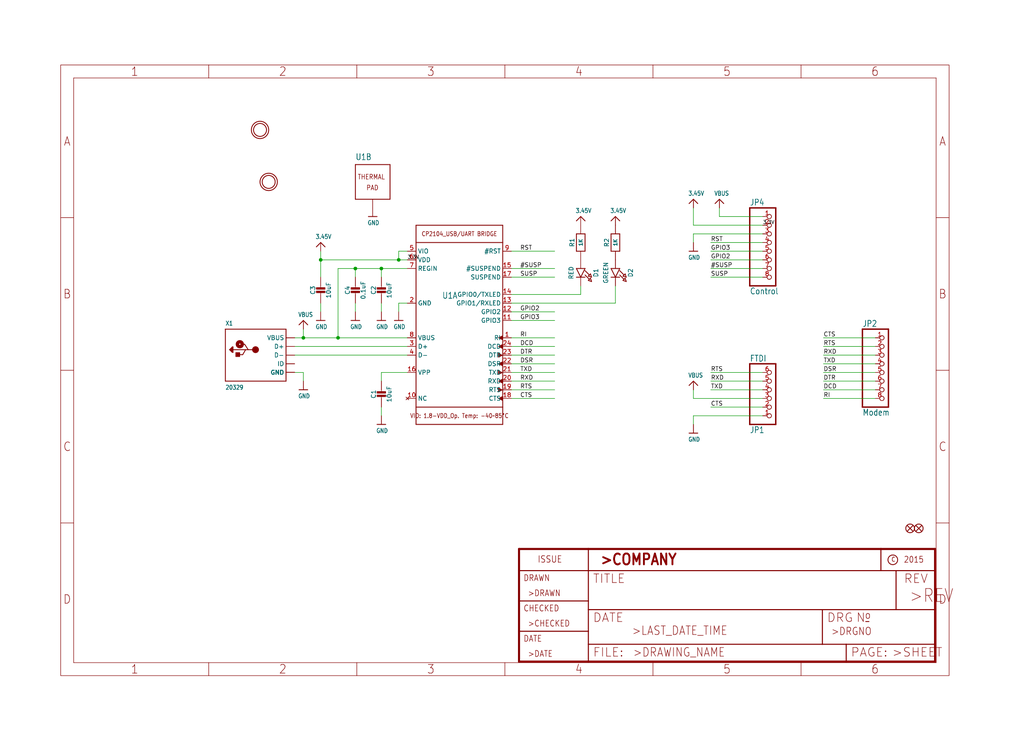
<source format=kicad_sch>
(kicad_sch (version 20211123) (generator eeschema)
  (paper "User" 300.076 217.881)
  (lib_symbols
    (symbol "eagleSchem-eagle-import:3.3V" (power)
      (property "Value" "3.3V" (at -1.524 1.016 0))
      (symbol "3.3V_1_0"
        (polyline (pts (xy -1.27 -1.27) (xy 0 0)) (stroke (width 0.254)))
        (polyline (pts (xy 0 0) (xy 1.27 -1.27)) (stroke (width 0.254)))
        (pin power_in line (at 0 -2.54 90) (length 2.54) (name "3.3V") (number "1"))
      )
    )
    (symbol "eagleSchem-eagle-import:CAP_CERAMIC0805-NOOUTLINE"
      (property "Reference" "C" (at -2.29 1.25 90))
      (property "Value" "CAP_CERAMIC0805-NOOUTLINE" (at 2.3 1.25 90))
      (symbol "CAP_CERAMIC0805-NOOUTLINE_1_0"
        (rectangle (start -1.27 0.508) (end 1.27 1.016) (fill (type outline)))
        (rectangle (start -1.27 1.524) (end 1.27 2.032) (fill (type outline)))
        (polyline (pts (xy 0 0.762) (xy 0 0)) (stroke (width 0.1524)))
        (polyline (pts (xy 0 2.54) (xy 0 1.778)) (stroke (width 0.1524)))
        (pin passive line (at 0 5.08 270) (length 2.54) (name "1") (number "1"))
        (pin passive line (at 0 -2.54 90) (length 2.54) (name "2") (number "2"))
      )
    )
    (symbol "eagleSchem-eagle-import:CP2104"
      (property "Reference" "U" (at -5.08 6.35 0))
      (symbol "CP2104_1_0"
        (polyline (pts (xy -12.7 -30.48) (xy 12.7 -30.48)) (stroke (width 0.254)))
        (polyline (pts (xy -12.7 -25.4) (xy -12.7 -30.48)) (stroke (width 0.254)))
        (polyline (pts (xy -12.7 -25.4) (xy -12.7 22.86)) (stroke (width 0.254)))
        (polyline (pts (xy -12.7 22.86) (xy -12.7 27.94)) (stroke (width 0.254)))
        (polyline (pts (xy -12.7 22.86) (xy 12.7 22.86)) (stroke (width 0.254)))
        (polyline (pts (xy -12.7 27.94) (xy 12.7 27.94)) (stroke (width 0.254)))
        (polyline (pts (xy 12.7 -30.48) (xy 12.7 -25.4)) (stroke (width 0.254)))
        (polyline (pts (xy 12.7 -25.4) (xy -12.7 -25.4)) (stroke (width 0.254)))
        (polyline (pts (xy 12.7 22.86) (xy 12.7 -25.4)) (stroke (width 0.254)))
        (polyline (pts (xy 12.7 27.94) (xy 12.7 22.86)) (stroke (width 0.254)))
        (polyline (pts (xy 11.43 -19.685) (xy 11.43 -20.955) (xy 12.7 -20.32)) (fill (type outline)))
        (polyline (pts (xy 11.43 -14.605) (xy 11.43 -15.875) (xy 12.7 -15.24)) (fill (type outline)))
        (polyline (pts (xy 11.43 -9.525) (xy 11.43 -10.795) (xy 12.7 -10.16)) (fill (type outline)))
        (polyline (pts (xy 12.7 -22.225) (xy 11.43 -22.86) (xy 12.7 -23.495)) (fill (type outline)))
        (polyline (pts (xy 12.7 -17.145) (xy 11.43 -17.78) (xy 12.7 -18.415)) (fill (type outline)))
        (polyline (pts (xy 12.7 -12.065) (xy 11.43 -12.7) (xy 12.7 -13.335)) (fill (type outline)))
        (polyline (pts (xy 12.7 -6.985) (xy 11.43 -7.62) (xy 12.7 -8.255)) (fill (type outline)))
        (polyline (pts (xy 12.7 -4.445) (xy 11.43 -5.08) (xy 12.7 -5.715)) (fill (type outline)))
        (text "CP2104_USB/UART BRIDGE" (at 0 25.4 0) (effects (font (size 1.27 1.0795))))
        (text "VIO: 1.8-VDD_Op. Temp: -40~85°C" (at 0 -27.94 0) (effects (font (size 1.27 1.0795))))
        (pin input line (at 15.24 -5.08 180) (length 2.54) (name "RI") (number "1"))
        (pin no_connect line (at -15.24 -22.86 0) (length 2.54) (name "NC") (number "10"))
        (pin bidirectional line (at 15.24 0 180) (length 2.54) (name "GPIO3") (number "11"))
        (pin bidirectional line (at 15.24 2.54 180) (length 2.54) (name "GPIO2") (number "12"))
        (pin bidirectional line (at 15.24 5.08 180) (length 2.54) (name "GPIO1/RXLED") (number "13"))
        (pin bidirectional line (at 15.24 7.62 180) (length 2.54) (name "GPIO0/TXLED") (number "14"))
        (pin output line (at 15.24 15.24 180) (length 2.54) (name "#SUSPEND") (number "15"))
        (pin bidirectional line (at -15.24 -15.24 0) (length 2.54) (name "VPP") (number "16"))
        (pin output line (at 15.24 12.7 180) (length 2.54) (name "SUSPEND") (number "17"))
        (pin input line (at 15.24 -22.86 180) (length 2.54) (name "CTS") (number "18"))
        (pin output line (at 15.24 -20.32 180) (length 2.54) (name "RTS") (number "19"))
        (pin power_in line (at -15.24 5.08 0) (length 2.54) (name "GND") (number "2"))
        (pin input line (at 15.24 -17.78 180) (length 2.54) (name "RXD") (number "20"))
        (pin output line (at 15.24 -15.24 180) (length 2.54) (name "TXD") (number "21"))
        (pin input line (at 15.24 -12.7 180) (length 2.54) (name "DSR") (number "22"))
        (pin output line (at 15.24 -10.16 180) (length 2.54) (name "DTR") (number "23"))
        (pin input line (at 15.24 -7.62 180) (length 2.54) (name "DCD") (number "24"))
        (pin bidirectional line (at -15.24 -7.62 0) (length 2.54) (name "D+") (number "3"))
        (pin bidirectional line (at -15.24 -10.16 0) (length 2.54) (name "D-") (number "4"))
        (pin power_in line (at -15.24 20.32 0) (length 2.54) (name "VIO") (number "5"))
        (pin power_in line (at -15.24 17.78 0) (length 2.54) (name "VDD") (number "6"))
        (pin power_in line (at -15.24 15.24 0) (length 2.54) (name "REGIN") (number "7"))
        (pin power_in line (at -15.24 -5.08 0) (length 2.54) (name "VBUS") (number "8"))
        (pin bidirectional line (at 15.24 20.32 180) (length 2.54) (name "#RST") (number "9"))
      )
      (symbol "CP2104_2_0"
        (polyline (pts (xy -5.08 -5.08) (xy -5.08 5.08)) (stroke (width 0.254)))
        (polyline (pts (xy -5.08 5.08) (xy 5.08 5.08)) (stroke (width 0.254)))
        (polyline (pts (xy 5.08 -5.08) (xy -5.08 -5.08)) (stroke (width 0.254)))
        (polyline (pts (xy 5.08 5.08) (xy 5.08 -5.08)) (stroke (width 0.254)))
        (text "PAD" (at -1.905 -2.54 0) (effects (font (size 1.4224 1.209)) (justify left bottom)))
        (text "THERMAL" (at -4.445 0.635 0) (effects (font (size 1.4224 1.209)) (justify left bottom)))
        (pin power_in line (at 0 -7.62 90) (length 2.54) (name "TP") (number "THERM"))
      )
    )
    (symbol "eagleSchem-eagle-import:FIDUCIAL{dblquote}{dblquote}"
      (symbol "FIDUCIAL{dblquote}{dblquote}_1_0"
        (polyline (pts (xy -0.762 0.762) (xy 0.762 -0.762)) (stroke (width 0.254)))
        (polyline (pts (xy 0.762 0.762) (xy -0.762 -0.762)) (stroke (width 0.254)))
        (circle (center 0 0) (radius 1.27) (stroke (width 0.254)))
      )
    )
    (symbol "eagleSchem-eagle-import:FRAME_A4"
      (symbol "FRAME_A4_1_0"
        (polyline (pts (xy 0 44.7675) (xy 3.81 44.7675)))
        (polyline (pts (xy 0 89.535) (xy 3.81 89.535)))
        (polyline (pts (xy 0 134.3025) (xy 3.81 134.3025)))
        (polyline (pts (xy 3.81 3.81) (xy 3.81 175.26)))
        (polyline (pts (xy 43.3917 0) (xy 43.3917 3.81)))
        (polyline (pts (xy 43.3917 175.26) (xy 43.3917 179.07)))
        (polyline (pts (xy 86.7833 0) (xy 86.7833 3.81)))
        (polyline (pts (xy 86.7833 175.26) (xy 86.7833 179.07)))
        (polyline (pts (xy 130.175 0) (xy 130.175 3.81)))
        (polyline (pts (xy 130.175 175.26) (xy 130.175 179.07)))
        (polyline (pts (xy 173.5667 0) (xy 173.5667 3.81)))
        (polyline (pts (xy 173.5667 175.26) (xy 173.5667 179.07)))
        (polyline (pts (xy 216.9583 0) (xy 216.9583 3.81)))
        (polyline (pts (xy 216.9583 175.26) (xy 216.9583 179.07)))
        (polyline (pts (xy 256.54 3.81) (xy 3.81 3.81)))
        (polyline (pts (xy 256.54 3.81) (xy 256.54 8.89)) (stroke (width 0.1016)))
        (polyline (pts (xy 256.54 3.81) (xy 256.54 175.26)))
        (polyline (pts (xy 256.54 8.89) (xy 256.54 13.97)) (stroke (width 0.1016)))
        (polyline (pts (xy 256.54 13.97) (xy 256.54 19.05)) (stroke (width 0.1016)))
        (polyline (pts (xy 256.54 19.05) (xy 256.54 36.83)) (stroke (width 0.1016)))
        (polyline (pts (xy 256.54 44.7675) (xy 260.35 44.7675)))
        (polyline (pts (xy 256.54 89.535) (xy 260.35 89.535)))
        (polyline (pts (xy 256.54 134.3025) (xy 260.35 134.3025)))
        (polyline (pts (xy 256.54 175.26) (xy 3.81 175.26)))
        (polyline (pts (xy 0 0) (xy 260.35 0) (xy 260.35 179.07) (xy 0 179.07) (xy 0 0)))
        (text "1" (at 21.6958 1.905 0) (effects (font (size 2.54 2.286))))
        (text "1" (at 21.6958 177.165 0) (effects (font (size 2.54 2.286))))
        (text "2" (at 65.0875 1.905 0) (effects (font (size 2.54 2.286))))
        (text "2" (at 65.0875 177.165 0) (effects (font (size 2.54 2.286))))
        (text "3" (at 108.4792 1.905 0) (effects (font (size 2.54 2.286))))
        (text "3" (at 108.4792 177.165 0) (effects (font (size 2.54 2.286))))
        (text "4" (at 151.8708 1.905 0) (effects (font (size 2.54 2.286))))
        (text "4" (at 151.8708 177.165 0) (effects (font (size 2.54 2.286))))
        (text "5" (at 195.2625 1.905 0) (effects (font (size 2.54 2.286))))
        (text "5" (at 195.2625 177.165 0) (effects (font (size 2.54 2.286))))
        (text "6" (at 238.6542 1.905 0) (effects (font (size 2.54 2.286))))
        (text "6" (at 238.6542 177.165 0) (effects (font (size 2.54 2.286))))
        (text "A" (at 1.905 156.6863 0) (effects (font (size 2.54 2.286))))
        (text "A" (at 258.445 156.6863 0) (effects (font (size 2.54 2.286))))
        (text "B" (at 1.905 111.9188 0) (effects (font (size 2.54 2.286))))
        (text "B" (at 258.445 111.9188 0) (effects (font (size 2.54 2.286))))
        (text "C" (at 1.905 67.1513 0) (effects (font (size 2.54 2.286))))
        (text "C" (at 258.445 67.1513 0) (effects (font (size 2.54 2.286))))
        (text "D" (at 1.905 22.3838 0) (effects (font (size 2.54 2.286))))
        (text "D" (at 258.445 22.3838 0) (effects (font (size 2.54 2.286))))
      )
      (symbol "FRAME_A4_2_0"
        (polyline (pts (xy -0.3048 1.5748) (xy 20.0152 1.5748)) (stroke (width 0.6096)))
        (polyline (pts (xy -0.3048 10.4648) (xy -0.3048 1.5748)) (stroke (width 0.6096)))
        (polyline (pts (xy -0.3048 10.4648) (xy 20.0152 10.4648)) (stroke (width 0.3048)))
        (polyline (pts (xy -0.3048 19.3548) (xy -0.3048 10.4648)) (stroke (width 0.6096)))
        (polyline (pts (xy -0.3048 19.3548) (xy 20.0152 19.3548)) (stroke (width 0.3048)))
        (polyline (pts (xy -0.3048 28.2448) (xy -0.3048 19.3548)) (stroke (width 0.6096)))
        (polyline (pts (xy -0.3048 28.2448) (xy 20.0152 28.2448)) (stroke (width 0.3048)))
        (polyline (pts (xy -0.3048 34.5948) (xy -0.3048 28.2448)) (stroke (width 0.6096)))
        (polyline (pts (xy 20.0152 1.5748) (xy 20.0152 6.6548)) (stroke (width 0.3048)))
        (polyline (pts (xy 20.0152 1.5748) (xy 95.5802 1.5748)) (stroke (width 0.6096)))
        (polyline (pts (xy 20.0152 6.6548) (xy 20.0152 10.4648)) (stroke (width 0.3048)))
        (polyline (pts (xy 20.0152 6.6548) (xy 88.5952 6.6548)) (stroke (width 0.3048)))
        (polyline (pts (xy 20.0152 10.4648) (xy 20.0152 16.8148)) (stroke (width 0.3048)))
        (polyline (pts (xy 20.0152 16.8148) (xy 20.0152 19.3548)) (stroke (width 0.3048)))
        (polyline (pts (xy 20.0152 19.3548) (xy 20.0152 28.2448)) (stroke (width 0.3048)))
        (polyline (pts (xy 20.0152 28.2448) (xy 20.0152 34.5948)) (stroke (width 0.3048)))
        (polyline (pts (xy 20.0152 28.2448) (xy 105.7402 28.2448)) (stroke (width 0.3048)))
        (polyline (pts (xy 20.0152 34.5948) (xy -0.3048 34.5948)) (stroke (width 0.6096)))
        (polyline (pts (xy 88.5952 6.6548) (xy 95.5802 6.6548)) (stroke (width 0.3048)))
        (polyline (pts (xy 88.5952 16.8148) (xy 20.0152 16.8148)) (stroke (width 0.3048)))
        (polyline (pts (xy 88.5952 16.8148) (xy 88.5952 6.6548)) (stroke (width 0.3048)))
        (polyline (pts (xy 95.5802 1.5748) (xy 121.6152 1.5748)) (stroke (width 0.6096)))
        (polyline (pts (xy 95.5802 6.6548) (xy 95.5802 1.5748)) (stroke (width 0.3048)))
        (polyline (pts (xy 95.5802 6.6548) (xy 121.6152 6.6548)) (stroke (width 0.3048)))
        (polyline (pts (xy 101.2952 13.3223) (xy 102.2477 13.3223)) (stroke (width 0.254)))
        (polyline (pts (xy 105.7402 28.2448) (xy 105.7402 34.5948)) (stroke (width 0.3048)))
        (polyline (pts (xy 105.7402 28.2448) (xy 110.1852 28.2448)) (stroke (width 0.3048)))
        (polyline (pts (xy 105.7402 34.5948) (xy 20.0152 34.5948)) (stroke (width 0.6096)))
        (polyline (pts (xy 110.1852 16.8148) (xy 88.5952 16.8148)) (stroke (width 0.3048)))
        (polyline (pts (xy 110.1852 28.2448) (xy 110.1852 16.8148)) (stroke (width 0.3048)))
        (polyline (pts (xy 110.1852 28.2448) (xy 121.6152 28.2448)) (stroke (width 0.3048)))
        (polyline (pts (xy 121.6152 6.6548) (xy 121.6152 1.5748)) (stroke (width 0.6096)))
        (polyline (pts (xy 121.6152 16.8148) (xy 110.1852 16.8148)) (stroke (width 0.3048)))
        (polyline (pts (xy 121.6152 16.8148) (xy 121.6152 6.6548)) (stroke (width 0.6096)))
        (polyline (pts (xy 121.6152 28.2448) (xy 121.6152 16.8148)) (stroke (width 0.6096)))
        (polyline (pts (xy 121.6152 34.5948) (xy 105.7402 34.5948)) (stroke (width 0.6096)))
        (polyline (pts (xy 121.6152 34.5948) (xy 121.6152 28.2448)) (stroke (width 0.6096)))
        (circle (center 109.2327 31.4198) (radius 1.4199) (stroke (width 0.254)))
        (text "2015" (at 112.4077 30.4673 0) (effects (font (size 1.778 1.5113)) (justify left bottom)))
        (text ">CHECKED" (at 2.2352 11.7348 0) (effects (font (size 1.778 1.5113)) (justify left bottom)))
        (text ">COMPANY" (at 23.349 29.6735 0) (effects (font (size 3.175 2.6987) (thickness 0.5397) bold) (justify left bottom)))
        (text ">DATE" (at 2.2352 2.8448 0) (effects (font (size 1.778 1.5113)) (justify left bottom)))
        (text ">DRAWING_NAME" (at 33.0327 2.8448 0) (effects (font (size 2.54 2.159)) (justify left bottom)))
        (text ">DRAWN" (at 2.2352 20.6248 0) (effects (font (size 1.778 1.5113)) (justify left bottom)))
        (text ">DRGNO" (at 91.1352 9.1948 0) (effects (font (size 2.1844 1.8567)) (justify left bottom)))
        (text ">LAST_DATE_TIME" (at 32.7152 9.1948 0) (effects (font (size 2.54 2.159)) (justify left bottom)))
        (text ">REV" (at 113.9952 18.7198 0) (effects (font (size 3.81 3.2385)) (justify left bottom)))
        (text ">SHEET" (at 108.9152 2.8448 0) (effects (font (size 2.54 2.54)) (justify left bottom)))
        (text "C" (at 108.7564 30.7848 0) (effects (font (size 1.27 1.0795)) (justify left bottom)))
        (text "CHECKED" (at 0.9652 16.1798 0) (effects (font (size 1.778 1.5113)) (justify left bottom)))
        (text "DATE" (at 0.9652 7.2898 0) (effects (font (size 1.778 1.5113)) (justify left bottom)))
        (text "DATE" (at 21.2852 13.0048 0) (effects (font (size 2.54 2.54)) (justify left bottom)))
        (text "DRAWN" (at 0.9652 25.0698 0) (effects (font (size 1.778 1.5113)) (justify left bottom)))
        (text "DRG" (at 89.8652 13.0048 0) (effects (font (size 2.54 2.54)) (justify left bottom)))
        (text "FILE:" (at 21.2852 2.8448 0) (effects (font (size 2.54 2.54)) (justify left bottom)))
        (text "ISSUE" (at 5.0927 30.4673 0) (effects (font (size 1.9304 1.6408)) (justify left bottom)))
        (text "N" (at 98.4377 13.0048 0) (effects (font (size 2.54 2.54)) (justify left bottom)))
        (text "o" (at 100.9777 13.9573 0) (effects (font (size 2.1844 1.8567)) (justify left bottom)))
        (text "PAGE:" (at 96.8502 2.8448 0) (effects (font (size 2.54 2.54)) (justify left bottom)))
        (text "REV" (at 112.4077 24.4348 0) (effects (font (size 2.54 2.54)) (justify left bottom)))
        (text "TITLE" (at 21.2852 24.4348 0) (effects (font (size 2.54 2.54)) (justify left bottom)))
      )
    )
    (symbol "eagleSchem-eagle-import:GND" (power)
      (property "Value" "GND" (at -1.524 -2.54 0))
      (symbol "GND_1_0"
        (polyline (pts (xy -1.27 0) (xy 1.27 0)) (stroke (width 0.254)))
        (pin power_in line (at 0 2.54 270) (length 2.54) (name "GND") (number "1"))
      )
    )
    (symbol "eagleSchem-eagle-import:HEADER-1X676MIL"
      (property "Reference" "JP" (at -6.35 10.795 0))
      (property "Value" "HEADER-1X676MIL" (at -6.35 -10.16 0))
      (symbol "HEADER-1X676MIL_1_0"
        (polyline (pts (xy -6.35 -7.62) (xy 1.27 -7.62)) (stroke (width 0.4064)))
        (polyline (pts (xy -6.35 10.16) (xy -6.35 -7.62)) (stroke (width 0.4064)))
        (polyline (pts (xy 1.27 -7.62) (xy 1.27 10.16)) (stroke (width 0.4064)))
        (polyline (pts (xy 1.27 10.16) (xy -6.35 10.16)) (stroke (width 0.4064)))
        (pin passive inverted (at -2.54 7.62 0) (length 2.54) (name "1") (number "1"))
        (pin passive inverted (at -2.54 5.08 0) (length 2.54) (name "2") (number "2"))
        (pin passive inverted (at -2.54 2.54 0) (length 2.54) (name "3") (number "3"))
        (pin passive inverted (at -2.54 0 0) (length 2.54) (name "4") (number "4"))
        (pin passive inverted (at -2.54 -2.54 0) (length 2.54) (name "5") (number "5"))
        (pin passive inverted (at -2.54 -5.08 0) (length 2.54) (name "6") (number "6"))
      )
    )
    (symbol "eagleSchem-eagle-import:HEADER-1X870MIL"
      (property "Reference" "JP" (at -6.35 13.335 0))
      (property "Value" "HEADER-1X870MIL" (at -6.35 -12.7 0))
      (symbol "HEADER-1X870MIL_1_0"
        (polyline (pts (xy -6.35 -10.16) (xy 1.27 -10.16)) (stroke (width 0.4064)))
        (polyline (pts (xy -6.35 12.7) (xy -6.35 -10.16)) (stroke (width 0.4064)))
        (polyline (pts (xy 1.27 -10.16) (xy 1.27 12.7)) (stroke (width 0.4064)))
        (polyline (pts (xy 1.27 12.7) (xy -6.35 12.7)) (stroke (width 0.4064)))
        (pin passive inverted (at -2.54 10.16 0) (length 2.54) (name "1") (number "1"))
        (pin passive inverted (at -2.54 7.62 0) (length 2.54) (name "2") (number "2"))
        (pin passive inverted (at -2.54 5.08 0) (length 2.54) (name "3") (number "3"))
        (pin passive inverted (at -2.54 2.54 0) (length 2.54) (name "4") (number "4"))
        (pin passive inverted (at -2.54 0 0) (length 2.54) (name "5") (number "5"))
        (pin passive inverted (at -2.54 -2.54 0) (length 2.54) (name "6") (number "6"))
        (pin passive inverted (at -2.54 -5.08 0) (length 2.54) (name "7") (number "7"))
        (pin passive inverted (at -2.54 -7.62 0) (length 2.54) (name "8") (number "8"))
      )
    )
    (symbol "eagleSchem-eagle-import:LED0805_NOOUTLINE"
      (property "Reference" "D" (at -1.27 4.445 0))
      (property "Value" "LED0805_NOOUTLINE" (at -1.27 -2.794 0))
      (symbol "LED0805_NOOUTLINE_1_0"
        (polyline (pts (xy -2.54 -1.27) (xy 0 0)) (stroke (width 0.254)))
        (polyline (pts (xy -2.54 1.27) (xy -2.54 -1.27)) (stroke (width 0.254)))
        (polyline (pts (xy -1.905 1.27) (xy -0.635 2.54)) (stroke (width 0.254)))
        (polyline (pts (xy -0.9525 2.8575) (xy -0.3175 2.2225)) (stroke (width 0.254)))
        (polyline (pts (xy -0.635 1.27) (xy 0.635 2.54)) (stroke (width 0.254)))
        (polyline (pts (xy -0.3175 2.2225) (xy 0 3.175)) (stroke (width 0.254)))
        (polyline (pts (xy 0 0) (xy -2.54 1.27)) (stroke (width 0.254)))
        (polyline (pts (xy 0 0) (xy 0 -1.27)) (stroke (width 0.254)))
        (polyline (pts (xy 0 1.27) (xy 0 0)) (stroke (width 0.254)))
        (polyline (pts (xy 0 3.175) (xy -0.9525 2.8575)) (stroke (width 0.254)))
        (polyline (pts (xy 0.3175 2.8575) (xy 0.9525 2.2225)) (stroke (width 0.254)))
        (polyline (pts (xy 0.9525 2.2225) (xy 1.27 3.175)) (stroke (width 0.254)))
        (polyline (pts (xy 1.27 3.175) (xy 0.3175 2.8575)) (stroke (width 0.254)))
        (pin passive line (at -5.08 0 0) (length 2.54) (name "A") (number "A"))
        (pin passive line (at 2.54 0 180) (length 2.54) (name "C") (number "C"))
      )
    )
    (symbol "eagleSchem-eagle-import:MOUNTINGHOLE2.0"
      (symbol "MOUNTINGHOLE2.0_1_0"
        (circle (center 0 0) (radius 1.905) (stroke (width 0.254)))
        (circle (center 0 0) (radius 2.54) (stroke (width 0.254)))
      )
    )
    (symbol "eagleSchem-eagle-import:RESISTOR0805_NOOUTLINE"
      (property "Reference" "R" (at 0 2.54 0))
      (property "Value" "RESISTOR0805_NOOUTLINE" (at 0 0 0))
      (symbol "RESISTOR0805_NOOUTLINE_1_0"
        (polyline (pts (xy -2.54 -1.27) (xy -2.54 1.27)) (stroke (width 0.254)))
        (polyline (pts (xy -2.54 1.27) (xy 2.54 1.27)) (stroke (width 0.254)))
        (polyline (pts (xy 2.54 -1.27) (xy -2.54 -1.27)) (stroke (width 0.254)))
        (polyline (pts (xy 2.54 1.27) (xy 2.54 -1.27)) (stroke (width 0.254)))
        (pin passive line (at -5.08 0 0) (length 2.54) (name "1") (number "1"))
        (pin passive line (at 5.08 0 180) (length 2.54) (name "2") (number "2"))
      )
    )
    (symbol "eagleSchem-eagle-import:USB_MICRO_20329_V2"
      (property "Reference" "X" (at -10.16 8.636 0))
      (property "Value" "USB_MICRO_20329_V2" (at -10.16 -10.16 0))
      (symbol "USB_MICRO_20329_V2_1_0"
        (rectangle (start -7.12 -0.45) (end -5.92 0.75) (fill (type outline)))
        (circle (center -5.92 3.2) (radius 0.2) (stroke (width 1)))
        (circle (center -1.32 1.6) (radius 0.5) (stroke (width 1)))
        (polyline (pts (xy -10.2 7.62) (xy -10.16 7.62)) (stroke (width 0.254)))
        (polyline (pts (xy -10.16 -7.62) (xy 7.62 -7.62)) (stroke (width 0.254)))
        (polyline (pts (xy -10.16 7.62) (xy -10.16 -7.62)) (stroke (width 0.254)))
        (polyline (pts (xy -10.16 7.62) (xy 7.62 7.62)) (stroke (width 0.254)))
        (polyline (pts (xy -8.92 1.6) (xy -8.12 2.4)) (stroke (width 0.254)))
        (polyline (pts (xy -8.52 1.4) (xy -8.32 1.2)) (stroke (width 0.254)))
        (polyline (pts (xy -8.52 1.6) (xy -8.52 1.4)) (stroke (width 0.254)))
        (polyline (pts (xy -8.32 1.2) (xy -8.32 2)) (stroke (width 0.254)))
        (polyline (pts (xy -8.32 2) (xy -8.72 1.6)) (stroke (width 0.254)))
        (polyline (pts (xy -8.12 0.8) (xy -8.92 1.6)) (stroke (width 0.254)))
        (polyline (pts (xy -8.12 1) (xy -8.12 2.4)) (stroke (width 0.254)))
        (polyline (pts (xy -8.12 2.4) (xy -7.92 2.4)) (stroke (width 0.254)))
        (polyline (pts (xy -7.92 0.8) (xy -8.12 0.8)) (stroke (width 0.254)))
        (polyline (pts (xy -7.92 1.6) (xy -7.92 0.8)) (stroke (width 0.254)))
        (polyline (pts (xy -7.92 2.4) (xy -7.92 1.6)) (stroke (width 0.254)))
        (polyline (pts (xy -6.27 0.15) (xy -5.07 0.15)) (stroke (width 0.254)))
        (polyline (pts (xy -5.52 3.2) (xy -4.52 3.2)) (stroke (width 0.254)))
        (polyline (pts (xy -5.07 0.15) (xy -4.22 1.6)) (stroke (width 0.254)))
        (polyline (pts (xy -4.52 3.2) (xy -3.47 1.6)) (stroke (width 0.254)))
        (polyline (pts (xy -4.22 1.6) (xy -7.92 1.6)) (stroke (width 0.254)))
        (polyline (pts (xy -3.47 1.6) (xy -4.22 1.6)) (stroke (width 0.254)))
        (polyline (pts (xy -1.32 1.6) (xy -3.47 1.6)) (stroke (width 0.254)))
        (polyline (pts (xy 7.62 7.62) (xy 7.62 -7.62)) (stroke (width 0.254)))
        (pin power_in line (at 10.16 -5.08 180) (length 2.54) (name "GND") (number "BASE@1"))
        (pin power_in line (at 10.16 -5.08 180) (length 2.54) (name "GND") (number "BASE@2"))
        (pin bidirectional line (at 10.16 2.54 180) (length 2.54) (name "D+") (number "D+"))
        (pin bidirectional line (at 10.16 0 180) (length 2.54) (name "D-") (number "D-"))
        (pin power_in line (at 10.16 -5.08 180) (length 2.54) (name "GND") (number "GND"))
        (pin bidirectional line (at 10.16 -2.54 180) (length 2.54) (name "ID") (number "ID"))
        (pin power_in line (at 10.16 -5.08 180) (length 2.54) (name "GND") (number "SPRT@1"))
        (pin power_in line (at 10.16 -5.08 180) (length 2.54) (name "GND") (number "SPRT@2"))
        (pin power_in line (at 10.16 -5.08 180) (length 2.54) (name "GND") (number "SPRT@3"))
        (pin power_in line (at 10.16 -5.08 180) (length 2.54) (name "GND") (number "SPRT@4"))
        (pin power_in line (at 10.16 5.08 180) (length 2.54) (name "VBUS") (number "VBUS"))
      )
    )
    (symbol "eagleSchem-eagle-import:VBUS" (power)
      (property "Value" "VBUS" (at -1.524 1.016 0))
      (symbol "VBUS_1_0"
        (polyline (pts (xy -1.27 -1.27) (xy 0 0)) (stroke (width 0.254)))
        (polyline (pts (xy 0 0) (xy 1.27 -1.27)) (stroke (width 0.254)))
        (pin power_in line (at 0 -2.54 90) (length 2.54) (name "VBUS") (number "1"))
      )
    )
  )
  (junction (at 116.84 76.2))
  (junction (at 104.14 78.74))
  (junction (at 99.06 99.06))
  (junction (at 111.76 78.74))
  (junction (at 88.9 99.06))
  (junction (at 93.98 76.2))
  (wire (pts (xy 88.9 99.06) (xy 99.06 99.06)))
  (wire (pts (xy 111.76 78.74) (xy 111.76 81.28)))
  (wire (pts (xy 162.56 111.76) (xy 149.86 111.76)))
  (wire (pts (xy 119.38 73.66) (xy 116.84 73.66)))
  (wire (pts (xy 119.38 76.2) (xy 116.84 76.2)))
  (wire (pts (xy 111.76 109.22) (xy 111.76 111.76)))
  (wire (pts (xy 111.76 78.74) (xy 104.14 78.74)))
  (wire (pts (xy 170.18 86.36) (xy 170.18 83.82)))
  (wire (pts (xy 241.3 111.76) (xy 256.54 111.76)))
  (wire (pts (xy 241.3 116.84) (xy 256.54 116.84)))
  (wire (pts (xy 223.52 119.38) (xy 208.28 119.38)))
  (wire (pts (xy 208.28 71.12) (xy 223.52 71.12)))
  (wire (pts (xy 210.82 60.96) (xy 210.82 63.5)))
  (wire (pts (xy 223.52 111.76) (xy 208.28 111.76)))
  (wire (pts (xy 223.52 68.58) (xy 203.2 68.58)))
  (wire (pts (xy 86.36 101.6) (xy 119.38 101.6)))
  (wire (pts (xy 88.9 109.22) (xy 88.9 111.76)))
  (wire (pts (xy 208.28 81.28) (xy 223.52 81.28)))
  (wire (pts (xy 104.14 78.74) (xy 99.06 78.74)))
  (wire (pts (xy 86.36 99.06) (xy 88.9 99.06)))
  (wire (pts (xy 256.54 101.6) (xy 241.3 101.6)))
  (wire (pts (xy 111.76 119.38) (xy 111.76 121.92)))
  (wire (pts (xy 111.76 88.9) (xy 111.76 91.44)))
  (wire (pts (xy 241.3 99.06) (xy 256.54 99.06)))
  (wire (pts (xy 256.54 106.68) (xy 241.3 106.68)))
  (wire (pts (xy 208.28 76.2) (xy 223.52 76.2)))
  (wire (pts (xy 88.9 99.06) (xy 88.9 96.52)))
  (wire (pts (xy 223.52 121.92) (xy 203.2 121.92)))
  (wire (pts (xy 149.86 78.74) (xy 162.56 78.74)))
  (wire (pts (xy 203.2 116.84) (xy 203.2 114.3)))
  (wire (pts (xy 119.38 109.22) (xy 111.76 109.22)))
  (wire (pts (xy 104.14 88.9) (xy 104.14 91.44)))
  (wire (pts (xy 149.86 73.66) (xy 162.56 73.66)))
  (wire (pts (xy 208.28 114.3) (xy 223.52 114.3)))
  (wire (pts (xy 241.3 104.14) (xy 256.54 104.14)))
  (wire (pts (xy 149.86 88.9) (xy 180.34 88.9)))
  (wire (pts (xy 116.84 76.2) (xy 93.98 76.2)))
  (wire (pts (xy 86.36 104.14) (xy 119.38 104.14)))
  (wire (pts (xy 149.86 86.36) (xy 170.18 86.36)))
  (wire (pts (xy 203.2 68.58) (xy 203.2 71.12)))
  (wire (pts (xy 223.52 116.84) (xy 203.2 116.84)))
  (wire (pts (xy 180.34 88.9) (xy 180.34 83.82)))
  (wire (pts (xy 203.2 66.04) (xy 203.2 60.96)))
  (wire (pts (xy 149.86 93.98) (xy 162.56 93.98)))
  (wire (pts (xy 149.86 99.06) (xy 162.56 99.06)))
  (wire (pts (xy 210.82 63.5) (xy 223.52 63.5)))
  (wire (pts (xy 149.86 91.44) (xy 162.56 91.44)))
  (wire (pts (xy 93.98 76.2) (xy 93.98 81.28)))
  (wire (pts (xy 223.52 109.22) (xy 208.28 109.22)))
  (wire (pts (xy 86.36 109.22) (xy 88.9 109.22)))
  (wire (pts (xy 99.06 78.74) (xy 99.06 99.06)))
  (wire (pts (xy 104.14 78.74) (xy 104.14 81.28)))
  (wire (pts (xy 162.56 114.3) (xy 149.86 114.3)))
  (wire (pts (xy 241.3 114.3) (xy 256.54 114.3)))
  (wire (pts (xy 208.28 73.66) (xy 223.52 73.66)))
  (wire (pts (xy 149.86 101.6) (xy 162.56 101.6)))
  (wire (pts (xy 149.86 109.22) (xy 162.56 109.22)))
  (wire (pts (xy 149.86 106.68) (xy 162.56 106.68)))
  (wire (pts (xy 93.98 88.9) (xy 93.98 91.44)))
  (wire (pts (xy 241.3 109.22) (xy 256.54 109.22)))
  (wire (pts (xy 119.38 78.74) (xy 111.76 78.74)))
  (wire (pts (xy 149.86 81.28) (xy 162.56 81.28)))
  (wire (pts (xy 116.84 73.66) (xy 116.84 76.2)))
  (wire (pts (xy 223.52 66.04) (xy 203.2 66.04)))
  (wire (pts (xy 99.06 99.06) (xy 119.38 99.06)))
  (wire (pts (xy 116.84 88.9) (xy 116.84 91.44)))
  (wire (pts (xy 203.2 121.92) (xy 203.2 124.46)))
  (wire (pts (xy 162.56 116.84) (xy 149.86 116.84)))
  (wire (pts (xy 223.52 78.74) (xy 208.28 78.74)))
  (wire (pts (xy 93.98 76.2) (xy 93.98 73.66)))
  (wire (pts (xy 119.38 88.9) (xy 116.84 88.9)))
  (wire (pts (xy 149.86 104.14) (xy 162.56 104.14)))
  (label "RXD" (at 208.28 111.76 0) (effects (font (size 1.2446 1.2446))))
  (label "RI" (at 152.4 99.06 0) (effects (font (size 1.2446 1.2446))))
  (label "GPIO3" (at 152.4 93.98 0) (effects (font (size 1.2446 1.2446))))
  (label "RST" (at 208.28 71.12 0) (effects (font (size 1.2446 1.2446))))
  (label "#SUSP" (at 208.28 78.74 0) (effects (font (size 1.2446 1.2446))))
  (label "TXD" (at 152.4 109.22 0) (effects (font (size 1.2446 1.2446))))
  (label "CTS" (at 208.28 119.38 0) (effects (font (size 1.2446 1.2446))))
  (label "DTR" (at 152.4 104.14 0) (effects (font (size 1.2446 1.2446))))
  (label "TXD" (at 241.3 106.68 0) (effects (font (size 1.2446 1.2446))))
  (label "GPIO3" (at 208.28 73.66 0) (effects (font (size 1.2446 1.2446))))
  (label "RXD" (at 152.4 111.76 0) (effects (font (size 1.2446 1.2446))))
  (label "GPIO2" (at 208.28 76.2 0) (effects (font (size 1.2446 1.2446))))
  (label "TXD" (at 208.28 114.3 0) (effects (font (size 1.2446 1.2446))))
  (label "SUSP" (at 208.28 81.28 0) (effects (font (size 1.2446 1.2446))))
  (label "RXD" (at 241.3 104.14 0) (effects (font (size 1.2446 1.2446))))
  (label "GPIO2" (at 152.4 91.44 0) (effects (font (size 1.2446 1.2446))))
  (label "RI" (at 241.3 116.84 0) (effects (font (size 1.2446 1.2446))))
  (label "3.3V" (at 223.52 66.04 0) (effects (font (size 1.016 1.016))))
  (label "RTS" (at 152.4 114.3 0) (effects (font (size 1.2446 1.2446))))
  (label "SUSP" (at 152.4 81.28 0) (effects (font (size 1.2446 1.2446))))
  (label "DSR" (at 152.4 106.68 0) (effects (font (size 1.2446 1.2446))))
  (label "DSR" (at 241.3 109.22 0) (effects (font (size 1.2446 1.2446))))
  (label "RTS" (at 241.3 101.6 0) (effects (font (size 1.2446 1.2446))))
  (label "#SUSP" (at 152.4 78.74 0) (effects (font (size 1.2446 1.2446))))
  (label "3.3V" (at 119.38 76.2 0) (effects (font (size 1.016 1.016))))
  (label "CTS" (at 152.4 116.84 0) (effects (font (size 1.2446 1.2446))))
  (label "DCD" (at 152.4 101.6 0) (effects (font (size 1.2446 1.2446))))
  (label "RTS" (at 208.28 109.22 0) (effects (font (size 1.2446 1.2446))))
  (label "DCD" (at 241.3 114.3 0) (effects (font (size 1.2446 1.2446))))
  (label "DTR" (at 241.3 111.76 0) (effects (font (size 1.2446 1.2446))))
  (label "RST" (at 152.4 73.66 0) (effects (font (size 1.2446 1.2446))))
  (label "CTS" (at 241.3 99.06 0) (effects (font (size 1.2446 1.2446))))
  (symbol (lib_id "eagleSchem-eagle-import:3.3V") (at 93.98 71.12 0) (unit 1)
    (property "Reference" "#U$7" (effects hide))
    (property "Value" "3.45V" (at 92.456 70.104 0) (effects (font (size 1.27 1.0795)) (justify left bottom)))
    (property "Footprint" "eagleSchem:" (effects hide))
  )
  (symbol (lib_id "eagleSchem-eagle-import:RESISTOR0805_NOOUTLINE") (at 170.18 71.12 90) (unit 1)
    (property "Reference" "R1" (at 167.64 71.12 0))
    (property "Value" "1K" (at 170.18 71.12 0) (effects (font (size 1.016 1.016) bold)))
    (property "Footprint" "eagleSchem:0805-NO" (effects hide))
  )
  (symbol (lib_id "eagleSchem-eagle-import:GND") (at 104.14 93.98 0) (unit 1)
    (property "Reference" "#U$21" (effects hide))
    (property "Value" "GND" (at 102.616 96.52 0) (effects (font (size 1.27 1.0795)) (justify left bottom)))
    (property "Footprint" "eagleSchem:" (effects hide))
  )
  (symbol (lib_id "eagleSchem-eagle-import:GND") (at 93.98 93.98 0) (unit 1)
    (property "Reference" "#U$6" (effects hide))
    (property "Value" "GND" (at 92.456 96.52 0) (effects (font (size 1.27 1.0795)) (justify left bottom)))
    (property "Footprint" "eagleSchem:" (effects hide))
  )
  (symbol (lib_id "eagleSchem-eagle-import:FRAME_A4") (at 152.4 195.58 0) (unit 2)
    (property "Reference" "#FRAME1" (effects hide))
    (property "Value" "FRAME_A4" (effects hide))
    (property "Footprint" "eagleSchem:" (effects hide))
  )
  (symbol (lib_id "eagleSchem-eagle-import:FRAME_A4") (at 17.78 198.12 0) (unit 1)
    (property "Reference" "#FRAME1" (effects hide))
    (property "Value" "FRAME_A4" (effects hide))
    (property "Footprint" "eagleSchem:" (effects hide))
  )
  (symbol (lib_id "eagleSchem-eagle-import:GND") (at 109.22 63.5 0) (unit 1)
    (property "Reference" "#U$20" (effects hide))
    (property "Value" "GND" (at 107.696 66.04 0) (effects (font (size 1.27 1.0795)) (justify left bottom)))
    (property "Footprint" "eagleSchem:" (effects hide))
  )
  (symbol (lib_id "eagleSchem-eagle-import:3.3V") (at 203.2 58.42 0) (unit 1)
    (property "Reference" "#U$15" (effects hide))
    (property "Value" "3.45V" (at 201.676 57.404 0) (effects (font (size 1.27 1.0795)) (justify left bottom)))
    (property "Footprint" "eagleSchem:" (effects hide))
  )
  (symbol (lib_id "eagleSchem-eagle-import:VBUS") (at 210.82 58.42 0) (unit 1)
    (property "Reference" "#U$13" (effects hide))
    (property "Value" "VBUS" (at 209.296 57.404 0) (effects (font (size 1.27 1.0795)) (justify left bottom)))
    (property "Footprint" "eagleSchem:" (effects hide))
  )
  (symbol (lib_id "eagleSchem-eagle-import:CAP_CERAMIC0805-NOOUTLINE") (at 93.98 86.36 0) (unit 1)
    (property "Reference" "C3" (at 91.69 85.11 90))
    (property "Value" "10uF" (at 96.28 85.11 90))
    (property "Footprint" "eagleSchem:0805-NO" (effects hide))
  )
  (symbol (lib_id "eagleSchem-eagle-import:FIDUCIAL{dblquote}{dblquote}") (at 266.7 154.94 0) (unit 1)
    (property "Reference" "FID2" (effects hide))
    (property "Value" "FIDUCIAL{dblquote}{dblquote}" (effects hide))
    (property "Footprint" "eagleSchem:FIDUCIAL_1MM" (effects hide))
  )
  (symbol (lib_id "eagleSchem-eagle-import:HEADER-1X870MIL") (at 226.06 73.66 0) (unit 1)
    (property "Reference" "JP4" (at 219.71 60.325 0) (effects (font (size 1.778 1.5113)) (justify left bottom)))
    (property "Value" "Control" (at 219.71 86.36 0) (effects (font (size 1.778 1.5113)) (justify left bottom)))
    (property "Footprint" "eagleSchem:1X08_ROUND_70" (effects hide))
  )
  (symbol (lib_id "eagleSchem-eagle-import:CP2104") (at 134.62 93.98 0) (unit 1)
    (property "Reference" "U1" (at 129.54 87.63 0) (effects (font (size 1.778 1.5113)) (justify left bottom)))
    (property "Value" "CP2104" (effects hide))
    (property "Footprint" "eagleSchem:QFN24_4MM_SMSC" (effects hide))
  )
  (symbol (lib_id "eagleSchem-eagle-import:VBUS") (at 203.2 111.76 0) (unit 1)
    (property "Reference" "#U$14" (effects hide))
    (property "Value" "VBUS" (at 201.676 110.744 0) (effects (font (size 1.27 1.0795)) (justify left bottom)))
    (property "Footprint" "eagleSchem:" (effects hide))
  )
  (symbol (lib_id "eagleSchem-eagle-import:RESISTOR0805_NOOUTLINE") (at 180.34 71.12 90) (unit 1)
    (property "Reference" "R2" (at 177.8 71.12 0))
    (property "Value" "1K" (at 180.34 71.12 0) (effects (font (size 1.016 1.016) bold)))
    (property "Footprint" "eagleSchem:0805-NO" (effects hide))
  )
  (symbol (lib_id "eagleSchem-eagle-import:3.3V") (at 180.34 63.5 0) (unit 1)
    (property "Reference" "#U$11" (effects hide))
    (property "Value" "3.45V" (at 178.816 62.484 0) (effects (font (size 1.27 1.0795)) (justify left bottom)))
    (property "Footprint" "eagleSchem:" (effects hide))
  )
  (symbol (lib_id "eagleSchem-eagle-import:LED0805_NOOUTLINE") (at 180.34 81.28 270) (unit 1)
    (property "Reference" "D2" (at 184.785 80.01 0))
    (property "Value" "GREEN" (at 177.546 80.01 0))
    (property "Footprint" "eagleSchem:CHIPLED_0805_NOOUTLINE" (effects hide))
  )
  (symbol (lib_id "eagleSchem-eagle-import:GND") (at 203.2 73.66 0) (unit 1)
    (property "Reference" "#U$16" (effects hide))
    (property "Value" "GND" (at 201.676 76.2 0) (effects (font (size 1.27 1.0795)) (justify left bottom)))
    (property "Footprint" "eagleSchem:" (effects hide))
  )
  (symbol (lib_id "eagleSchem-eagle-import:FIDUCIAL{dblquote}{dblquote}") (at 269.24 154.94 0) (unit 1)
    (property "Reference" "FID1" (effects hide))
    (property "Value" "FIDUCIAL{dblquote}{dblquote}" (effects hide))
    (property "Footprint" "eagleSchem:FIDUCIAL_1MM" (effects hide))
  )
  (symbol (lib_id "eagleSchem-eagle-import:CP2104") (at 109.22 53.34 0) (unit 2)
    (property "Reference" "U1" (at 104.14 46.99 0) (effects (font (size 1.778 1.5113)) (justify left bottom)))
    (property "Value" "CP2104" (effects hide))
    (property "Footprint" "eagleSchem:QFN24_4MM_SMSC" (effects hide))
  )
  (symbol (lib_id "eagleSchem-eagle-import:LED0805_NOOUTLINE") (at 170.18 81.28 270) (unit 1)
    (property "Reference" "D1" (at 174.625 80.01 0))
    (property "Value" "RED" (at 167.386 80.01 0))
    (property "Footprint" "eagleSchem:CHIPLED_0805_NOOUTLINE" (effects hide))
  )
  (symbol (lib_id "eagleSchem-eagle-import:HEADER-1X676MIL") (at 226.06 114.3 0) (mirror x) (unit 1)
    (property "Reference" "JP1" (at 219.71 125.095 0) (effects (font (size 1.778 1.5113)) (justify left bottom)))
    (property "Value" "FTDI" (at 219.71 104.14 0) (effects (font (size 1.778 1.5113)) (justify left bottom)))
    (property "Footprint" "eagleSchem:1X06_ROUND_76" (effects hide))
  )
  (symbol (lib_id "eagleSchem-eagle-import:MOUNTINGHOLE2.0") (at 76.2 38.1 0) (unit 1)
    (property "Reference" "U$19" (effects hide))
    (property "Value" "MOUNTINGHOLE2.0" (effects hide))
    (property "Footprint" "eagleSchem:MOUNTINGHOLE_2.0_PLATED" (effects hide))
  )
  (symbol (lib_id "eagleSchem-eagle-import:GND") (at 111.76 124.46 0) (unit 1)
    (property "Reference" "#U$3" (effects hide))
    (property "Value" "GND" (at 110.236 127 0) (effects (font (size 1.27 1.0795)) (justify left bottom)))
    (property "Footprint" "eagleSchem:" (effects hide))
  )
  (symbol (lib_id "eagleSchem-eagle-import:GND") (at 111.76 93.98 0) (unit 1)
    (property "Reference" "#U$4" (effects hide))
    (property "Value" "GND" (at 110.236 96.52 0) (effects (font (size 1.27 1.0795)) (justify left bottom)))
    (property "Footprint" "eagleSchem:" (effects hide))
  )
  (symbol (lib_id "eagleSchem-eagle-import:VBUS") (at 88.9 93.98 0) (unit 1)
    (property "Reference" "#U$5" (effects hide))
    (property "Value" "VBUS" (at 87.376 92.964 0) (effects (font (size 1.27 1.0795)) (justify left bottom)))
    (property "Footprint" "eagleSchem:" (effects hide))
  )
  (symbol (lib_id "eagleSchem-eagle-import:CAP_CERAMIC0805-NOOUTLINE") (at 104.14 86.36 0) (unit 1)
    (property "Reference" "C4" (at 101.85 85.11 90))
    (property "Value" "0.1uF" (at 106.44 85.11 90))
    (property "Footprint" "eagleSchem:0805-NO" (effects hide))
  )
  (symbol (lib_id "eagleSchem-eagle-import:CAP_CERAMIC0805-NOOUTLINE") (at 111.76 86.36 0) (unit 1)
    (property "Reference" "C2" (at 109.47 85.11 90))
    (property "Value" "10uF" (at 114.06 85.11 90))
    (property "Footprint" "eagleSchem:0805-NO" (effects hide))
  )
  (symbol (lib_id "eagleSchem-eagle-import:HEADER-1X870MIL") (at 259.08 109.22 0) (unit 1)
    (property "Reference" "JP2" (at 252.73 95.885 0) (effects (font (size 1.778 1.5113)) (justify left bottom)))
    (property "Value" "Modem" (at 252.73 121.92 0) (effects (font (size 1.778 1.5113)) (justify left bottom)))
    (property "Footprint" "eagleSchem:1X08_ROUND_70" (effects hide))
  )
  (symbol (lib_id "eagleSchem-eagle-import:GND") (at 116.84 93.98 0) (unit 1)
    (property "Reference" "#U$2" (effects hide))
    (property "Value" "GND" (at 115.316 96.52 0) (effects (font (size 1.27 1.0795)) (justify left bottom)))
    (property "Footprint" "eagleSchem:" (effects hide))
  )
  (symbol (lib_id "eagleSchem-eagle-import:3.3V") (at 170.18 63.5 0) (unit 1)
    (property "Reference" "#U$10" (effects hide))
    (property "Value" "3.45V" (at 168.656 62.484 0) (effects (font (size 1.27 1.0795)) (justify left bottom)))
    (property "Footprint" "eagleSchem:" (effects hide))
  )
  (symbol (lib_id "eagleSchem-eagle-import:MOUNTINGHOLE2.0") (at 78.74 53.34 0) (unit 1)
    (property "Reference" "U$18" (effects hide))
    (property "Value" "MOUNTINGHOLE2.0" (effects hide))
    (property "Footprint" "eagleSchem:MOUNTINGHOLE_2.0_PLATED" (effects hide))
  )
  (symbol (lib_id "eagleSchem-eagle-import:GND") (at 203.2 127 0) (unit 1)
    (property "Reference" "#U$12" (effects hide))
    (property "Value" "GND" (at 201.676 129.54 0) (effects (font (size 1.27 1.0795)) (justify left bottom)))
    (property "Footprint" "eagleSchem:" (effects hide))
  )
  (symbol (lib_id "eagleSchem-eagle-import:USB_MICRO_20329_V2") (at 76.2 104.14 0) (unit 1)
    (property "Reference" "X1" (at 66.04 95.504 0) (effects (font (size 1.27 1.0795)) (justify left bottom)))
    (property "Value" "20329" (at 66.04 114.3 0) (effects (font (size 1.27 1.0795)) (justify left bottom)))
    (property "Footprint" "eagleSchem:4UCONN_20329_V2" (effects hide))
  )
  (symbol (lib_id "eagleSchem-eagle-import:CAP_CERAMIC0805-NOOUTLINE") (at 111.76 116.84 0) (unit 1)
    (property "Reference" "C1" (at 109.47 115.59 90))
    (property "Value" "10uF" (at 114.06 115.59 90))
    (property "Footprint" "eagleSchem:0805-NO" (effects hide))
  )
  (symbol (lib_id "eagleSchem-eagle-import:GND") (at 88.9 114.3 0) (unit 1)
    (property "Reference" "#U$1" (effects hide))
    (property "Value" "GND" (at 87.376 116.84 0) (effects (font (size 1.27 1.0795)) (justify left bottom)))
    (property "Footprint" "eagleSchem:" (effects hide))
  )
)
</source>
